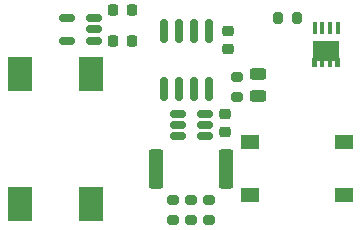
<source format=gbr>
%TF.GenerationSoftware,KiCad,Pcbnew,6.0.4-6f826c9f35~116~ubuntu21.10.1*%
%TF.CreationDate,2022-04-19T01:50:48-04:00*%
%TF.ProjectId,hotwire-lite,686f7477-6972-4652-9d6c-6974652e6b69,rev?*%
%TF.SameCoordinates,Original*%
%TF.FileFunction,Paste,Top*%
%TF.FilePolarity,Positive*%
%FSLAX46Y46*%
G04 Gerber Fmt 4.6, Leading zero omitted, Abs format (unit mm)*
G04 Created by KiCad (PCBNEW 6.0.4-6f826c9f35~116~ubuntu21.10.1) date 2022-04-19 01:50:48*
%MOMM*%
%LPD*%
G01*
G04 APERTURE LIST*
G04 Aperture macros list*
%AMRoundRect*
0 Rectangle with rounded corners*
0 $1 Rounding radius*
0 $2 $3 $4 $5 $6 $7 $8 $9 X,Y pos of 4 corners*
0 Add a 4 corners polygon primitive as box body*
4,1,4,$2,$3,$4,$5,$6,$7,$8,$9,$2,$3,0*
0 Add four circle primitives for the rounded corners*
1,1,$1+$1,$2,$3*
1,1,$1+$1,$4,$5*
1,1,$1+$1,$6,$7*
1,1,$1+$1,$8,$9*
0 Add four rect primitives between the rounded corners*
20,1,$1+$1,$2,$3,$4,$5,0*
20,1,$1+$1,$4,$5,$6,$7,0*
20,1,$1+$1,$6,$7,$8,$9,0*
20,1,$1+$1,$8,$9,$2,$3,0*%
%AMFreePoly0*
4,1,21,1.372500,0.787500,0.862500,0.787500,0.862500,0.532500,1.372500,0.532500,1.372500,0.127500,0.862500,0.127500,0.862500,-0.127500,1.372500,-0.127500,1.372500,-0.532500,0.862500,-0.532500,0.862500,-0.787500,1.372500,-0.787500,1.372500,-1.195000,0.612500,-1.195000,0.612500,-1.117500,-0.862500,-1.117500,-0.862500,1.117500,0.612500,1.117500,0.612500,1.195000,1.372500,1.195000,
1.372500,0.787500,1.372500,0.787500,$1*%
G04 Aperture macros list end*
%ADD10RoundRect,0.150000X-0.512500X-0.150000X0.512500X-0.150000X0.512500X0.150000X-0.512500X0.150000X0*%
%ADD11RoundRect,0.150000X-0.150000X0.825000X-0.150000X-0.825000X0.150000X-0.825000X0.150000X0.825000X0*%
%ADD12RoundRect,0.150000X0.512500X0.150000X-0.512500X0.150000X-0.512500X-0.150000X0.512500X-0.150000X0*%
%ADD13R,1.550000X1.300000*%
%ADD14RoundRect,0.250000X-0.362500X-1.425000X0.362500X-1.425000X0.362500X1.425000X-0.362500X1.425000X0*%
%ADD15RoundRect,0.200000X-0.200000X-0.275000X0.200000X-0.275000X0.200000X0.275000X-0.200000X0.275000X0*%
%ADD16RoundRect,0.200000X0.275000X-0.200000X0.275000X0.200000X-0.275000X0.200000X-0.275000X-0.200000X0*%
%ADD17RoundRect,0.200000X-0.275000X0.200000X-0.275000X-0.200000X0.275000X-0.200000X0.275000X0.200000X0*%
%ADD18R,0.405000X0.990000*%
%ADD19FreePoly0,270.000000*%
%ADD20R,2.000000X3.000000*%
%ADD21RoundRect,0.243750X0.456250X-0.243750X0.456250X0.243750X-0.456250X0.243750X-0.456250X-0.243750X0*%
%ADD22RoundRect,0.225000X0.250000X-0.225000X0.250000X0.225000X-0.250000X0.225000X-0.250000X-0.225000X0*%
%ADD23RoundRect,0.225000X-0.225000X-0.250000X0.225000X-0.250000X0.225000X0.250000X-0.225000X0.250000X0*%
G04 APERTURE END LIST*
D10*
%TO.C,U3*%
X126712500Y-114550000D03*
X126712500Y-115500000D03*
X126712500Y-116450000D03*
X128987500Y-116450000D03*
X128987500Y-115500000D03*
X128987500Y-114550000D03*
%TD*%
D11*
%TO.C,U2*%
X129355000Y-107525000D03*
X128085000Y-107525000D03*
X126815000Y-107525000D03*
X125545000Y-107525000D03*
X125545000Y-112475000D03*
X126815000Y-112475000D03*
X128085000Y-112475000D03*
X129355000Y-112475000D03*
%TD*%
D12*
%TO.C,U1*%
X119587500Y-108350000D03*
X119587500Y-107400000D03*
X119587500Y-106450000D03*
X117312500Y-106450000D03*
X117312500Y-108350000D03*
%TD*%
D13*
%TO.C,SW1*%
X132820000Y-116950000D03*
X140780000Y-116950000D03*
X132820000Y-121450000D03*
X140780000Y-121450000D03*
%TD*%
D14*
%TO.C,R6*%
X124887500Y-119225000D03*
X130812500Y-119225000D03*
%TD*%
D15*
%TO.C,R5*%
X135175000Y-106400000D03*
X136825000Y-106400000D03*
%TD*%
D16*
%TO.C,R4*%
X131750000Y-113125000D03*
X131750000Y-111475000D03*
%TD*%
D17*
%TO.C,R3*%
X126300000Y-121875000D03*
X126300000Y-123525000D03*
%TD*%
D16*
%TO.C,R2*%
X127850000Y-123525000D03*
X127850000Y-121875000D03*
%TD*%
D17*
%TO.C,R1*%
X129400000Y-121875000D03*
X129400000Y-123525000D03*
%TD*%
D18*
%TO.C,Q1*%
X140290000Y-107265000D03*
X139630000Y-107265000D03*
X138970000Y-107265000D03*
X138310000Y-107265000D03*
D19*
X139300000Y-109257500D03*
%TD*%
D20*
%TO.C,J1*%
X113400000Y-122200000D03*
X119400000Y-122200000D03*
X119400000Y-111200000D03*
X113400000Y-111200000D03*
%TD*%
D21*
%TO.C,D1*%
X133550000Y-113037500D03*
X133550000Y-111162500D03*
%TD*%
D22*
%TO.C,C4*%
X130700000Y-116125000D03*
X130700000Y-114575000D03*
%TD*%
%TO.C,C3*%
X130950000Y-109075000D03*
X130950000Y-107525000D03*
%TD*%
D23*
%TO.C,C2*%
X121275000Y-105800000D03*
X122825000Y-105800000D03*
%TD*%
%TO.C,C1*%
X121275000Y-108400000D03*
X122825000Y-108400000D03*
%TD*%
M02*

</source>
